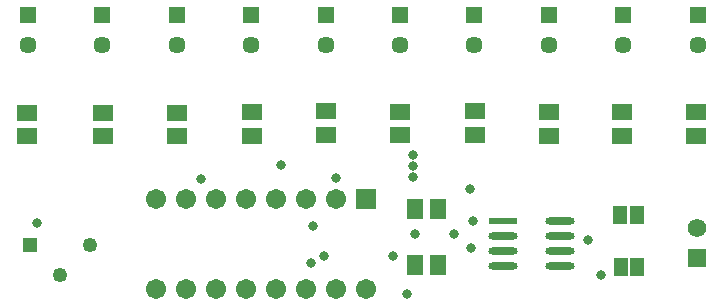
<source format=gbr>
G04*
G04 #@! TF.GenerationSoftware,Altium Limited,Altium Designer,24.1.2 (44)*
G04*
G04 Layer_Color=8388736*
%FSLAX44Y44*%
%MOMM*%
G71*
G04*
G04 #@! TF.SameCoordinates,BD343A0D-4BD6-4D64-9A7B-49F0AB29FDDA*
G04*
G04*
G04 #@! TF.FilePolarity,Negative*
G04*
G01*
G75*
G04:AMPARAMS|DCode=16|XSize=2.4692mm|YSize=0.6221mm|CornerRadius=0.3111mm|HoleSize=0mm|Usage=FLASHONLY|Rotation=0.000|XOffset=0mm|YOffset=0mm|HoleType=Round|Shape=RoundedRectangle|*
%AMROUNDEDRECTD16*
21,1,2.4692,0.0000,0,0,0.0*
21,1,1.8470,0.6221,0,0,0.0*
1,1,0.6221,0.9235,0.0000*
1,1,0.6221,-0.9235,0.0000*
1,1,0.6221,-0.9235,0.0000*
1,1,0.6221,0.9235,0.0000*
%
%ADD16ROUNDEDRECTD16*%
%ADD17R,2.4692X0.6221*%
%ADD19R,1.6532X1.4032*%
%ADD20R,1.4032X1.6532*%
%ADD21R,1.3032X1.5532*%
%ADD22C,1.5700*%
%ADD23R,1.5700X1.5700*%
%ADD24R,1.2500X1.2500*%
%ADD25C,1.2500*%
%ADD26R,1.4500X1.4500*%
%ADD27C,1.4500*%
%ADD28C,1.7032*%
%ADD29R,1.7032X1.7032*%
%ADD30C,0.8032*%
D16*
X502164Y96012D02*
D03*
Y83312D02*
D03*
Y70612D02*
D03*
Y57912D02*
D03*
X453892D02*
D03*
Y70612D02*
D03*
Y83312D02*
D03*
D17*
Y96012D02*
D03*
D19*
X617220Y188308D02*
D03*
Y168308D02*
D03*
X555188Y188308D02*
D03*
Y168308D02*
D03*
X493155Y188308D02*
D03*
Y168308D02*
D03*
X430022Y189324D02*
D03*
Y169324D02*
D03*
X366522Y188562D02*
D03*
Y168562D02*
D03*
X304292Y189070D02*
D03*
Y169070D02*
D03*
X241300Y188308D02*
D03*
Y168308D02*
D03*
X178054Y187800D02*
D03*
Y167800D02*
D03*
X115062Y187800D02*
D03*
Y167800D02*
D03*
X51054Y187800D02*
D03*
Y167800D02*
D03*
D20*
X379288Y59182D02*
D03*
X399288D02*
D03*
X379288Y105926D02*
D03*
X399288D02*
D03*
D21*
X553466Y101600D02*
D03*
X567466D02*
D03*
X553832Y57150D02*
D03*
X567832D02*
D03*
D22*
X617982Y90170D02*
D03*
D23*
Y64770D02*
D03*
D24*
X53594Y75946D02*
D03*
D25*
X104394D02*
D03*
X78994Y50546D02*
D03*
D26*
X51816Y270256D02*
D03*
X618998D02*
D03*
X555978D02*
D03*
X492958D02*
D03*
X429937D02*
D03*
X366917D02*
D03*
X303897D02*
D03*
X240877D02*
D03*
X177856D02*
D03*
X114836D02*
D03*
D27*
X618998Y244856D02*
D03*
X555978D02*
D03*
X492958D02*
D03*
X429937D02*
D03*
X366917D02*
D03*
X303897D02*
D03*
X240877D02*
D03*
X177856D02*
D03*
X114836D02*
D03*
X51816D02*
D03*
D28*
X160274Y38862D02*
D03*
X185674D02*
D03*
X211074D02*
D03*
X236474D02*
D03*
X261874D02*
D03*
X287274D02*
D03*
X312674D02*
D03*
X338074D02*
D03*
X160274Y115062D02*
D03*
X185674D02*
D03*
X211074D02*
D03*
X236474D02*
D03*
X261874D02*
D03*
X287274D02*
D03*
X312674D02*
D03*
D29*
X338074D02*
D03*
D30*
X429006Y96520D02*
D03*
X412496Y85090D02*
D03*
X425958Y123190D02*
D03*
X379984Y85090D02*
D03*
X361188Y66548D02*
D03*
X302260D02*
D03*
X372872Y34544D02*
D03*
X291338Y60452D02*
D03*
X536702Y50546D02*
D03*
X526193Y79661D02*
D03*
X59436Y94234D02*
D03*
X427228Y73152D02*
D03*
X293370Y92202D02*
D03*
X312928Y132334D02*
D03*
X378206Y133096D02*
D03*
Y143002D02*
D03*
X265938Y143764D02*
D03*
X377952Y152400D02*
D03*
X198628Y131318D02*
D03*
M02*

</source>
